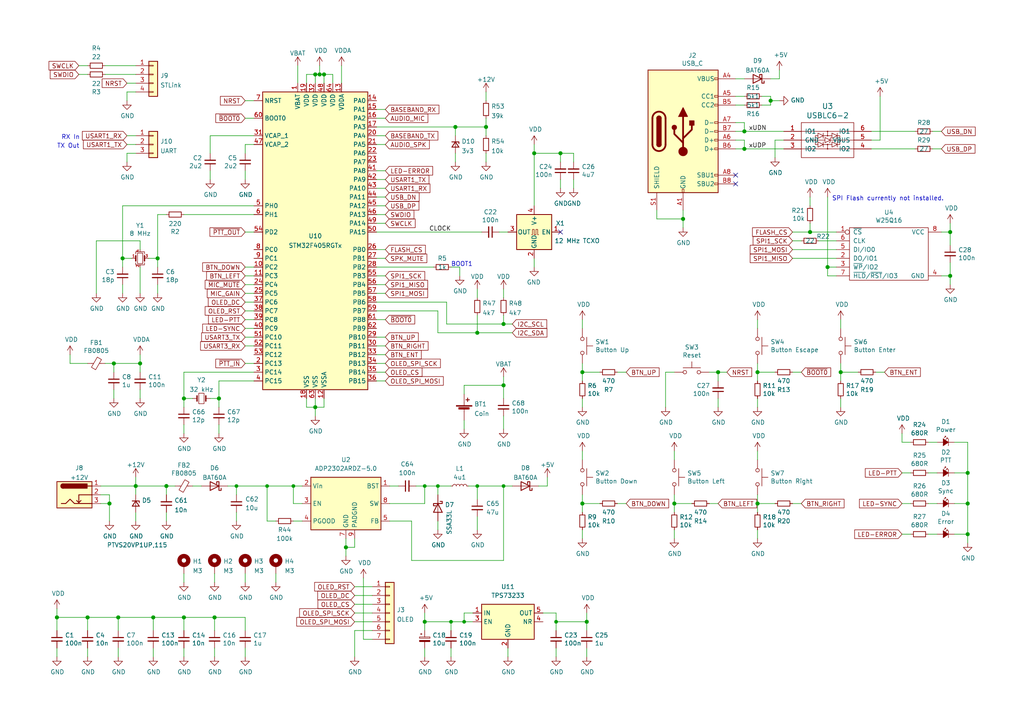
<source format=kicad_sch>
(kicad_sch (version 20210621) (generator eeschema)
  (paper "A4")
  (junction (at 243.84 107.95) (diameter 1.016))
  (junction (at 53.34 179.07) (diameter 1.016))
  (junction (at 240.03 77.47) (diameter 1.016))
  (junction (at 134.62 180.34))
  (junction (at 215.9 43.18) (diameter 1.016))
  (junction (at 63.5 115.57) (diameter 1.016))
  (junction (at 35.56 74.93) (diameter 1.016))
  (junction (at 275.59 80.01) (diameter 1.016))
  (junction (at 34.29 179.07) (diameter 1.016))
  (junction (at 161.29 180.34))
  (junction (at 53.34 115.57) (diameter 1.016))
  (junction (at 138.43 140.97))
  (junction (at 45.72 74.93) (diameter 1.016))
  (junction (at 168.91 146.05) (diameter 1.016))
  (junction (at 77.47 140.97))
  (junction (at 146.05 140.97))
  (junction (at 31.75 146.05) (diameter 1.016))
  (junction (at 48.26 140.97) (diameter 1.016))
  (junction (at 132.08 36.83) (diameter 1.016))
  (junction (at 195.58 146.05) (diameter 1.016))
  (junction (at 44.45 179.07) (diameter 1.016))
  (junction (at 92.71 21.59) (diameter 1.016))
  (junction (at 146.05 93.98) (diameter 1.016))
  (junction (at 162.56 44.45) (diameter 1.016))
  (junction (at 91.44 21.59) (diameter 1.016))
  (junction (at 219.71 146.05) (diameter 1.016))
  (junction (at 275.59 67.31) (diameter 1.016))
  (junction (at 223.52 29.21) (diameter 1.016))
  (junction (at 40.64 105.41) (diameter 1.016))
  (junction (at 130.81 180.34))
  (junction (at 146.05 111.76) (diameter 1.016))
  (junction (at 280.67 137.16) (diameter 1.016))
  (junction (at 208.28 107.95) (diameter 1.016))
  (junction (at 198.12 63.5) (diameter 1.016))
  (junction (at 39.37 140.97) (diameter 1.016))
  (junction (at 91.44 118.11) (diameter 1.016))
  (junction (at 127 140.97))
  (junction (at 68.58 140.97))
  (junction (at 93.98 21.59) (diameter 1.016))
  (junction (at 154.94 44.45) (diameter 1.016))
  (junction (at 123.19 140.97))
  (junction (at 85.09 140.97))
  (junction (at 215.9 38.1) (diameter 1.016))
  (junction (at 33.02 105.41) (diameter 1.016))
  (junction (at 123.19 180.34) (diameter 1.016))
  (junction (at 140.97 36.83) (diameter 1.016))
  (junction (at 280.67 146.05) (diameter 1.016))
  (junction (at 62.23 179.07) (diameter 1.016))
  (junction (at 25.4 179.07) (diameter 1.016))
  (junction (at 100.33 158.75) (diameter 1.016))
  (junction (at 138.43 96.52) (diameter 1.016))
  (junction (at 170.18 180.34) (diameter 1.016))
  (junction (at 16.51 179.07) (diameter 1.016))
  (junction (at 280.67 154.94) (diameter 1.016))
  (junction (at 219.71 107.95) (diameter 1.016))
  (junction (at 168.91 107.95) (diameter 1.016))
  (junction (at 234.95 67.31) (diameter 1.016))
  (no_connect (at 213.36 50.8))
  (no_connect (at 213.36 53.34))
  (no_connect (at 162.56 67.31))
  (wire (pts (xy 91.44 115.57) (xy 91.44 118.11)))
  (wire (pts (xy 223.52 29.21) (xy 226.06 29.21)))
  (wire (pts (xy 109.22 92.71) (xy 111.76 92.71)))
  (wire (pts (xy 107.95 182.88) (xy 102.87 182.88)))
  (wire (pts (xy 223.52 29.21) (xy 223.52 30.48)))
  (wire (pts (xy 227.33 40.64) (xy 224.79 40.64)))
  (wire (pts (xy 40.64 105.41) (xy 40.64 102.87)))
  (wire (pts (xy 168.91 92.71) (xy 168.91 95.25)))
  (wire (pts (xy 219.71 107.95) (xy 219.71 110.49)))
  (wire (pts (xy 71.12 41.91) (xy 71.12 44.45)))
  (wire (pts (xy 140.97 26.67) (xy 140.97 29.21)))
  (wire (pts (xy 140.97 34.29) (xy 140.97 36.83)))
  (wire (pts (xy 140.97 36.83) (xy 140.97 39.37)))
  (wire (pts (xy 40.64 77.47) (xy 40.64 85.09)))
  (wire (pts (xy 88.9 24.13) (xy 88.9 21.59)))
  (wire (pts (xy 99.06 19.05) (xy 99.06 24.13)))
  (wire (pts (xy 109.22 74.93) (xy 111.76 74.93)))
  (wire (pts (xy 219.71 153.67) (xy 219.71 156.21)))
  (wire (pts (xy 102.87 182.88) (xy 102.87 190.5)))
  (wire (pts (xy 109.22 87.63) (xy 129.54 87.63)))
  (wire (pts (xy 146.05 93.98) (xy 148.59 93.98)))
  (wire (pts (xy 129.54 87.63) (xy 129.54 93.98)))
  (wire (pts (xy 129.54 93.98) (xy 146.05 93.98)))
  (wire (pts (xy 223.52 27.94) (xy 223.52 29.21)))
  (wire (pts (xy 34.29 187.96) (xy 34.29 190.5)))
  (wire (pts (xy 71.12 41.91) (xy 73.66 41.91)))
  (wire (pts (xy 35.56 59.69) (xy 35.56 74.93)))
  (wire (pts (xy 53.34 115.57) (xy 53.34 118.11)))
  (wire (pts (xy 30.48 21.59) (xy 39.37 21.59)))
  (wire (pts (xy 33.02 113.03) (xy 33.02 115.57)))
  (wire (pts (xy 62.23 187.96) (xy 62.23 190.5)))
  (wire (pts (xy 68.58 140.97) (xy 68.58 143.51)))
  (wire (pts (xy 138.43 83.82) (xy 138.43 86.36)))
  (wire (pts (xy 27.94 69.85) (xy 27.94 85.09)))
  (wire (pts (xy 40.64 69.85) (xy 27.94 69.85)))
  (wire (pts (xy 40.64 72.39) (xy 40.64 69.85)))
  (wire (pts (xy 275.59 67.31) (xy 275.59 71.12)))
  (wire (pts (xy 269.24 154.94) (xy 271.78 154.94)))
  (wire (pts (xy 208.28 107.95) (xy 208.28 110.49)))
  (wire (pts (xy 36.83 39.37) (xy 39.37 39.37)))
  (wire (pts (xy 91.44 21.59) (xy 88.9 21.59)))
  (wire (pts (xy 53.34 187.96) (xy 53.34 190.5)))
  (wire (pts (xy 111.76 85.09) (xy 109.22 85.09)))
  (wire (pts (xy 264.16 128.27) (xy 261.62 128.27)))
  (wire (pts (xy 53.34 62.23) (xy 73.66 62.23)))
  (wire (pts (xy 109.22 90.17) (xy 127 90.17)))
  (wire (pts (xy 138.43 96.52) (xy 148.59 96.52)))
  (wire (pts (xy 127 90.17) (xy 127 96.52)))
  (wire (pts (xy 127 96.52) (xy 138.43 96.52)))
  (wire (pts (xy 146.05 83.82) (xy 146.05 86.36)))
  (wire (pts (xy 30.48 19.05) (xy 39.37 19.05)))
  (wire (pts (xy 205.74 146.05) (xy 208.28 146.05)))
  (wire (pts (xy 252.73 38.1) (xy 265.43 38.1)))
  (wire (pts (xy 45.72 74.93) (xy 45.72 77.47)))
  (wire (pts (xy 166.37 52.07) (xy 166.37 54.61)))
  (wire (pts (xy 276.86 137.16) (xy 280.67 137.16)))
  (wire (pts (xy 60.96 115.57) (xy 63.5 115.57)))
  (wire (pts (xy 63.5 115.57) (xy 63.5 118.11)))
  (wire (pts (xy 138.43 91.44) (xy 138.43 96.52)))
  (wire (pts (xy 31.75 146.05) (xy 31.75 151.13)))
  (wire (pts (xy 29.21 146.05) (xy 31.75 146.05)))
  (wire (pts (xy 127 140.97) (xy 127 143.51)))
  (wire (pts (xy 25.4 179.07) (xy 34.29 179.07)))
  (wire (pts (xy 71.12 90.17) (xy 73.66 90.17)))
  (wire (pts (xy 86.36 19.05) (xy 86.36 24.13)))
  (wire (pts (xy 43.18 74.93) (xy 45.72 74.93)))
  (wire (pts (xy 109.22 52.07) (xy 111.76 52.07)))
  (wire (pts (xy 154.94 74.93) (xy 154.94 77.47)))
  (wire (pts (xy 224.79 40.64) (xy 224.79 45.72)))
  (wire (pts (xy 252.73 43.18) (xy 265.43 43.18)))
  (wire (pts (xy 275.59 80.01) (xy 275.59 82.55)))
  (wire (pts (xy 193.04 107.95) (xy 193.04 118.11)))
  (wire (pts (xy 243.84 115.57) (xy 243.84 118.11)))
  (wire (pts (xy 91.44 118.11) (xy 91.44 120.65)))
  (wire (pts (xy 71.12 187.96) (xy 71.12 190.5)))
  (wire (pts (xy 40.64 113.03) (xy 40.64 115.57)))
  (wire (pts (xy 270.51 38.1) (xy 273.05 38.1)))
  (wire (pts (xy 71.12 87.63) (xy 73.66 87.63)))
  (wire (pts (xy 162.56 44.45) (xy 162.56 46.99)))
  (wire (pts (xy 39.37 140.97) (xy 39.37 143.51)))
  (wire (pts (xy 48.26 140.97) (xy 39.37 140.97)))
  (wire (pts (xy 205.74 107.95) (xy 208.28 107.95)))
  (wire (pts (xy 71.12 179.07) (xy 71.12 182.88)))
  (wire (pts (xy 16.51 179.07) (xy 25.4 179.07)))
  (wire (pts (xy 88.9 118.11) (xy 91.44 118.11)))
  (wire (pts (xy 88.9 115.57) (xy 88.9 118.11)))
  (wire (pts (xy 91.44 118.11) (xy 93.98 118.11)))
  (wire (pts (xy 93.98 115.57) (xy 93.98 118.11)))
  (wire (pts (xy 62.23 166.37) (xy 62.23 168.91)))
  (wire (pts (xy 208.28 115.57) (xy 208.28 118.11)))
  (wire (pts (xy 113.03 140.97) (xy 115.57 140.97)))
  (wire (pts (xy 252.73 40.64) (xy 255.27 40.64)))
  (wire (pts (xy 270.51 43.18) (xy 273.05 43.18)))
  (wire (pts (xy 35.56 59.69) (xy 73.66 59.69)))
  (wire (pts (xy 168.91 143.51) (xy 168.91 146.05)))
  (wire (pts (xy 63.5 123.19) (xy 63.5 125.73)))
  (wire (pts (xy 62.23 179.07) (xy 71.12 179.07)))
  (wire (pts (xy 123.19 146.05) (xy 123.19 140.97)))
  (wire (pts (xy 113.03 146.05) (xy 123.19 146.05)))
  (wire (pts (xy 123.19 140.97) (xy 120.65 140.97)))
  (wire (pts (xy 264.16 137.16) (xy 261.62 137.16)))
  (wire (pts (xy 71.12 29.21) (xy 73.66 29.21)))
  (wire (pts (xy 168.91 107.95) (xy 168.91 110.49)))
  (wire (pts (xy 190.5 60.96) (xy 190.5 63.5)))
  (wire (pts (xy 71.12 82.55) (xy 73.66 82.55)))
  (wire (pts (xy 33.02 105.41) (xy 40.64 105.41)))
  (wire (pts (xy 240.03 80.01) (xy 240.03 77.47)))
  (wire (pts (xy 138.43 140.97) (xy 138.43 144.78)))
  (wire (pts (xy 242.57 69.85) (xy 237.49 69.85)))
  (wire (pts (xy 109.22 49.53) (xy 111.76 49.53)))
  (wire (pts (xy 170.18 187.96) (xy 170.18 190.5)))
  (wire (pts (xy 36.83 26.67) (xy 36.83 29.21)))
  (wire (pts (xy 39.37 26.67) (xy 36.83 26.67)))
  (wire (pts (xy 40.64 105.41) (xy 40.64 107.95)))
  (wire (pts (xy 132.08 44.45) (xy 132.08 46.99)))
  (wire (pts (xy 161.29 180.34) (xy 170.18 180.34)))
  (wire (pts (xy 255.27 27.94) (xy 255.27 40.64)))
  (wire (pts (xy 213.36 38.1) (xy 215.9 38.1)))
  (wire (pts (xy 162.56 52.07) (xy 162.56 54.61)))
  (wire (pts (xy 195.58 130.81) (xy 195.58 133.35)))
  (wire (pts (xy 213.36 43.18) (xy 215.9 43.18)))
  (wire (pts (xy 45.72 62.23) (xy 45.72 74.93)))
  (wire (pts (xy 168.91 105.41) (xy 168.91 107.95)))
  (wire (pts (xy 140.97 44.45) (xy 140.97 46.99)))
  (wire (pts (xy 53.34 179.07) (xy 53.34 182.88)))
  (wire (pts (xy 60.96 49.53) (xy 60.96 52.07)))
  (wire (pts (xy 208.28 107.95) (xy 210.82 107.95)))
  (wire (pts (xy 158.75 138.43) (xy 158.75 140.97)))
  (wire (pts (xy 44.45 179.07) (xy 44.45 182.88)))
  (wire (pts (xy 109.22 105.41) (xy 111.76 105.41)))
  (wire (pts (xy 179.07 146.05) (xy 181.61 146.05)))
  (wire (pts (xy 71.12 100.33) (xy 73.66 100.33)))
  (wire (pts (xy 53.34 123.19) (xy 53.34 125.73)))
  (wire (pts (xy 229.87 67.31) (xy 234.95 67.31)))
  (wire (pts (xy 71.12 80.01) (xy 73.66 80.01)))
  (wire (pts (xy 71.12 85.09) (xy 73.66 85.09)))
  (wire (pts (xy 71.12 77.47) (xy 73.66 77.47)))
  (wire (pts (xy 219.71 92.71) (xy 219.71 95.25)))
  (wire (pts (xy 134.62 121.92) (xy 134.62 124.46)))
  (wire (pts (xy 68.58 140.97) (xy 77.47 140.97)))
  (wire (pts (xy 168.91 146.05) (xy 168.91 148.59)))
  (wire (pts (xy 146.05 91.44) (xy 146.05 93.98)))
  (wire (pts (xy 102.87 177.8) (xy 107.95 177.8)))
  (wire (pts (xy 130.81 180.34) (xy 134.62 180.34)))
  (wire (pts (xy 134.62 180.34) (xy 137.16 180.34)))
  (wire (pts (xy 269.24 137.16) (xy 271.78 137.16)))
  (wire (pts (xy 111.76 64.77) (xy 109.22 64.77)))
  (wire (pts (xy 85.09 140.97) (xy 87.63 140.97)))
  (wire (pts (xy 87.63 146.05) (xy 85.09 146.05)))
  (wire (pts (xy 85.09 146.05) (xy 85.09 140.97)))
  (wire (pts (xy 242.57 67.31) (xy 234.95 67.31)))
  (wire (pts (xy 85.09 151.13) (xy 87.63 151.13)))
  (wire (pts (xy 109.22 110.49) (xy 111.76 110.49)))
  (wire (pts (xy 109.22 100.33) (xy 111.76 100.33)))
  (wire (pts (xy 242.57 80.01) (xy 240.03 80.01)))
  (wire (pts (xy 123.19 140.97) (xy 127 140.97)))
  (wire (pts (xy 215.9 43.18) (xy 227.33 43.18)))
  (wire (pts (xy 71.12 97.79) (xy 73.66 97.79)))
  (wire (pts (xy 219.71 115.57) (xy 219.71 118.11)))
  (wire (pts (xy 25.4 19.05) (xy 22.86 19.05)))
  (wire (pts (xy 111.76 62.23) (xy 109.22 62.23)))
  (wire (pts (xy 229.87 107.95) (xy 232.41 107.95)))
  (wire (pts (xy 213.36 30.48) (xy 215.9 30.48)))
  (wire (pts (xy 127 140.97) (xy 130.81 140.97)))
  (wire (pts (xy 220.98 27.94) (xy 223.52 27.94)))
  (wire (pts (xy 234.95 67.31) (xy 234.95 64.77)))
  (wire (pts (xy 109.22 77.47) (xy 125.73 77.47)))
  (wire (pts (xy 264.16 154.94) (xy 261.62 154.94)))
  (wire (pts (xy 35.56 82.55) (xy 35.56 85.09)))
  (wire (pts (xy 111.76 82.55) (xy 109.22 82.55)))
  (wire (pts (xy 242.57 74.93) (xy 229.87 74.93)))
  (wire (pts (xy 123.19 180.34) (xy 123.19 182.88)))
  (wire (pts (xy 170.18 180.34) (xy 170.18 182.88)))
  (wire (pts (xy 39.37 24.13) (xy 36.83 24.13)))
  (wire (pts (xy 276.86 128.27) (xy 280.67 128.27)))
  (wire (pts (xy 198.12 63.5) (xy 198.12 60.96)))
  (wire (pts (xy 154.94 44.45) (xy 154.94 41.91)))
  (wire (pts (xy 39.37 44.45) (xy 36.83 44.45)))
  (wire (pts (xy 269.24 128.27) (xy 271.78 128.27)))
  (wire (pts (xy 35.56 74.93) (xy 35.56 77.47)))
  (wire (pts (xy 68.58 148.59) (xy 68.58 151.13)))
  (wire (pts (xy 102.87 172.72) (xy 107.95 172.72)))
  (wire (pts (xy 162.56 44.45) (xy 166.37 44.45)))
  (wire (pts (xy 109.22 31.75) (xy 111.76 31.75)))
  (wire (pts (xy 60.96 39.37) (xy 60.96 44.45)))
  (wire (pts (xy 161.29 187.96) (xy 161.29 190.5)))
  (wire (pts (xy 111.76 72.39) (xy 109.22 72.39)))
  (wire (pts (xy 63.5 110.49) (xy 73.66 110.49)))
  (wire (pts (xy 63.5 115.57) (xy 63.5 110.49)))
  (wire (pts (xy 242.57 72.39) (xy 229.87 72.39)))
  (wire (pts (xy 25.4 105.41) (xy 20.32 105.41)))
  (wire (pts (xy 154.94 44.45) (xy 162.56 44.45)))
  (wire (pts (xy 109.22 39.37) (xy 111.76 39.37)))
  (wire (pts (xy 219.71 146.05) (xy 219.71 148.59)))
  (wire (pts (xy 269.24 146.05) (xy 271.78 146.05)))
  (wire (pts (xy 36.83 41.91) (xy 39.37 41.91)))
  (wire (pts (xy 138.43 149.86) (xy 138.43 153.67)))
  (wire (pts (xy 132.08 36.83) (xy 140.97 36.83)))
  (wire (pts (xy 132.08 39.37) (xy 132.08 36.83)))
  (wire (pts (xy 147.32 187.96) (xy 147.32 190.5)))
  (wire (pts (xy 130.81 187.96) (xy 130.81 190.5)))
  (wire (pts (xy 34.29 179.07) (xy 44.45 179.07)))
  (wire (pts (xy 242.57 77.47) (xy 240.03 77.47)))
  (wire (pts (xy 48.26 62.23) (xy 45.72 62.23)))
  (wire (pts (xy 240.03 77.47) (xy 240.03 57.15)))
  (wire (pts (xy 168.91 107.95) (xy 173.99 107.95)))
  (wire (pts (xy 130.81 77.47) (xy 133.35 77.47)))
  (wire (pts (xy 25.4 21.59) (xy 22.86 21.59)))
  (wire (pts (xy 48.26 148.59) (xy 48.26 151.13)))
  (wire (pts (xy 213.36 35.56) (xy 215.9 35.56)))
  (wire (pts (xy 276.86 154.94) (xy 280.67 154.94)))
  (wire (pts (xy 102.87 175.26) (xy 107.95 175.26)))
  (wire (pts (xy 92.71 21.59) (xy 91.44 21.59)))
  (wire (pts (xy 93.98 21.59) (xy 92.71 21.59)))
  (wire (pts (xy 168.91 115.57) (xy 168.91 118.11)))
  (wire (pts (xy 123.19 187.96) (xy 123.19 190.5)))
  (wire (pts (xy 55.88 140.97) (xy 58.42 140.97)))
  (wire (pts (xy 264.16 146.05) (xy 261.62 146.05)))
  (wire (pts (xy 195.58 146.05) (xy 195.58 148.59)))
  (wire (pts (xy 223.52 22.86) (xy 226.06 22.86)))
  (wire (pts (xy 138.43 140.97) (xy 146.05 140.97)))
  (wire (pts (xy 170.18 180.34) (xy 170.18 177.8)))
  (wire (pts (xy 39.37 148.59) (xy 39.37 151.13)))
  (wire (pts (xy 93.98 24.13) (xy 93.98 21.59)))
  (wire (pts (xy 273.05 80.01) (xy 275.59 80.01)))
  (wire (pts (xy 195.58 143.51) (xy 195.58 146.05)))
  (wire (pts (xy 168.91 130.81) (xy 168.91 133.35)))
  (wire (pts (xy 73.66 92.71) (xy 71.12 92.71)))
  (wire (pts (xy 53.34 166.37) (xy 53.34 168.91)))
  (wire (pts (xy 190.5 63.5) (xy 198.12 63.5)))
  (wire (pts (xy 66.04 140.97) (xy 68.58 140.97)))
  (wire (pts (xy 275.59 67.31) (xy 275.59 64.77)))
  (wire (pts (xy 119.38 151.13) (xy 119.38 162.56)))
  (wire (pts (xy 113.03 151.13) (xy 119.38 151.13)))
  (wire (pts (xy 119.38 162.56) (xy 146.05 162.56)))
  (wire (pts (xy 146.05 162.56) (xy 146.05 140.97)))
  (wire (pts (xy 215.9 40.64) (xy 215.9 43.18)))
  (wire (pts (xy 96.52 24.13) (xy 96.52 21.59)))
  (wire (pts (xy 109.22 67.31) (xy 139.7 67.31)))
  (wire (pts (xy 144.78 67.31) (xy 147.32 67.31)))
  (wire (pts (xy 213.36 22.86) (xy 215.9 22.86)))
  (wire (pts (xy 73.66 95.25) (xy 71.12 95.25)))
  (wire (pts (xy 109.22 102.87) (xy 111.76 102.87)))
  (wire (pts (xy 226.06 22.86) (xy 226.06 20.32)))
  (wire (pts (xy 60.96 39.37) (xy 73.66 39.37)))
  (wire (pts (xy 219.71 130.81) (xy 219.71 133.35)))
  (wire (pts (xy 16.51 176.53) (xy 16.51 179.07)))
  (wire (pts (xy 71.12 67.31) (xy 73.66 67.31)))
  (wire (pts (xy 219.71 107.95) (xy 224.79 107.95)))
  (wire (pts (xy 127 151.13) (xy 127 153.67)))
  (wire (pts (xy 135.89 140.97) (xy 138.43 140.97)))
  (wire (pts (xy 157.48 177.8) (xy 161.29 177.8)))
  (wire (pts (xy 161.29 177.8) (xy 161.29 180.34)))
  (wire (pts (xy 53.34 107.95) (xy 53.34 115.57)))
  (wire (pts (xy 53.34 115.57) (xy 55.88 115.57)))
  (wire (pts (xy 73.66 107.95) (xy 53.34 107.95)))
  (wire (pts (xy 123.19 180.34) (xy 123.19 177.8)))
  (wire (pts (xy 198.12 63.5) (xy 198.12 66.04)))
  (wire (pts (xy 273.05 67.31) (xy 275.59 67.31)))
  (wire (pts (xy 109.22 107.95) (xy 111.76 107.95)))
  (wire (pts (xy 195.58 146.05) (xy 200.66 146.05)))
  (wire (pts (xy 36.83 44.45) (xy 36.83 46.99)))
  (wire (pts (xy 146.05 120.65) (xy 146.05 124.46)))
  (wire (pts (xy 254 107.95) (xy 256.54 107.95)))
  (wire (pts (xy 96.52 21.59) (xy 93.98 21.59)))
  (wire (pts (xy 25.4 179.07) (xy 25.4 182.88)))
  (wire (pts (xy 232.41 69.85) (xy 229.87 69.85)))
  (wire (pts (xy 243.84 107.95) (xy 248.92 107.95)))
  (wire (pts (xy 29.21 143.51) (xy 31.75 143.51)))
  (wire (pts (xy 31.75 143.51) (xy 31.75 146.05)))
  (wire (pts (xy 219.71 143.51) (xy 219.71 146.05)))
  (wire (pts (xy 146.05 140.97) (xy 148.59 140.97)))
  (wire (pts (xy 243.84 107.95) (xy 243.84 110.49)))
  (wire (pts (xy 146.05 109.22) (xy 146.05 111.76)))
  (wire (pts (xy 53.34 179.07) (xy 62.23 179.07)))
  (wire (pts (xy 92.71 19.05) (xy 92.71 21.59)))
  (wire (pts (xy 39.37 138.43) (xy 39.37 140.97)))
  (wire (pts (xy 130.81 180.34) (xy 130.81 182.88)))
  (wire (pts (xy 102.87 180.34) (xy 107.95 180.34)))
  (wire (pts (xy 168.91 146.05) (xy 173.99 146.05)))
  (wire (pts (xy 109.22 41.91) (xy 111.76 41.91)))
  (wire (pts (xy 71.12 49.53) (xy 71.12 52.07)))
  (wire (pts (xy 223.52 30.48) (xy 220.98 30.48)))
  (wire (pts (xy 261.62 128.27) (xy 261.62 125.73)))
  (wire (pts (xy 71.12 105.41) (xy 73.66 105.41)))
  (wire (pts (xy 275.59 80.01) (xy 275.59 76.2)))
  (wire (pts (xy 109.22 80.01) (xy 111.76 80.01)))
  (wire (pts (xy 179.07 107.95) (xy 181.61 107.95)))
  (wire (pts (xy 105.41 185.42) (xy 105.41 167.64)))
  (wire (pts (xy 107.95 185.42) (xy 105.41 185.42)))
  (wire (pts (xy 62.23 179.07) (xy 62.23 182.88)))
  (wire (pts (xy 156.21 140.97) (xy 158.75 140.97)))
  (wire (pts (xy 71.12 166.37) (xy 71.12 168.91)))
  (wire (pts (xy 45.72 82.55) (xy 45.72 85.09)))
  (wire (pts (xy 195.58 153.67) (xy 195.58 156.21)))
  (wire (pts (xy 35.56 74.93) (xy 38.1 74.93)))
  (wire (pts (xy 213.36 27.94) (xy 215.9 27.94)))
  (wire (pts (xy 44.45 179.07) (xy 53.34 179.07)))
  (wire (pts (xy 229.87 146.05) (xy 232.41 146.05)))
  (wire (pts (xy 219.71 146.05) (xy 224.79 146.05)))
  (wire (pts (xy 137.16 177.8) (xy 134.62 177.8)))
  (wire (pts (xy 134.62 177.8) (xy 134.62 180.34)))
  (wire (pts (xy 30.48 105.41) (xy 33.02 105.41)))
  (wire (pts (xy 100.33 158.75) (xy 102.87 158.75)))
  (wire (pts (xy 102.87 158.75) (xy 102.87 156.21)))
  (wire (pts (xy 16.51 182.88) (xy 16.51 179.07)))
  (wire (pts (xy 109.22 36.83) (xy 132.08 36.83)))
  (wire (pts (xy 25.4 187.96) (xy 25.4 190.5)))
  (wire (pts (xy 100.33 156.21) (xy 100.33 158.75)))
  (wire (pts (xy 100.33 158.75) (xy 100.33 161.29)))
  (wire (pts (xy 215.9 38.1) (xy 227.33 38.1)))
  (wire (pts (xy 48.26 140.97) (xy 48.26 143.51)))
  (wire (pts (xy 50.8 140.97) (xy 48.26 140.97)))
  (wire (pts (xy 243.84 92.71) (xy 243.84 95.25)))
  (wire (pts (xy 133.35 77.47) (xy 133.35 80.01)))
  (wire (pts (xy 71.12 34.29) (xy 73.66 34.29)))
  (wire (pts (xy 280.67 137.16) (xy 280.67 146.05)))
  (wire (pts (xy 161.29 180.34) (xy 161.29 182.88)))
  (wire (pts (xy 166.37 44.45) (xy 166.37 46.99)))
  (wire (pts (xy 243.84 105.41) (xy 243.84 107.95)))
  (wire (pts (xy 44.45 187.96) (xy 44.45 190.5)))
  (wire (pts (xy 215.9 35.56) (xy 215.9 38.1)))
  (wire (pts (xy 280.67 146.05) (xy 280.67 154.94)))
  (wire (pts (xy 16.51 187.96) (xy 16.51 190.5)))
  (wire (pts (xy 154.94 59.69) (xy 154.94 44.45)))
  (wire (pts (xy 77.47 140.97) (xy 85.09 140.97)))
  (wire (pts (xy 77.47 151.13) (xy 77.47 140.97)))
  (wire (pts (xy 77.47 151.13) (xy 80.01 151.13)))
  (wire (pts (xy 280.67 154.94) (xy 280.67 157.48)))
  (wire (pts (xy 34.29 179.07) (xy 34.29 182.88)))
  (wire (pts (xy 91.44 24.13) (xy 91.44 21.59)))
  (wire (pts (xy 102.87 170.18) (xy 107.95 170.18)))
  (wire (pts (xy 280.67 128.27) (xy 280.67 137.16)))
  (wire (pts (xy 29.21 140.97) (xy 39.37 140.97)))
  (wire (pts (xy 219.71 105.41) (xy 219.71 107.95)))
  (wire (pts (xy 276.86 146.05) (xy 280.67 146.05)))
  (wire (pts (xy 20.32 105.41) (xy 20.32 102.87)))
  (wire (pts (xy 111.76 59.69) (xy 109.22 59.69)))
  (wire (pts (xy 33.02 105.41) (xy 33.02 107.95)))
  (wire (pts (xy 134.62 111.76) (xy 146.05 111.76)))
  (wire (pts (xy 134.62 114.3) (xy 134.62 111.76)))
  (wire (pts (xy 146.05 111.76) (xy 146.05 115.57)))
  (wire (pts (xy 213.36 40.64) (xy 215.9 40.64)))
  (wire (pts (xy 130.81 180.34) (xy 123.19 180.34)))
  (wire (pts (xy 193.04 107.95) (xy 195.58 107.95)))
  (wire (pts (xy 109.22 34.29) (xy 111.76 34.29)))
  (wire (pts (xy 109.22 54.61) (xy 111.76 54.61)))
  (wire (pts (xy 168.91 153.67) (xy 168.91 156.21)))
  (wire (pts (xy 80.01 166.37) (xy 80.01 168.91)))
  (wire (pts (xy 234.95 59.69) (xy 234.95 57.15)))
  (wire (pts (xy 111.76 57.15) (xy 109.22 57.15)))
  (wire (pts (xy 109.22 97.79) (xy 111.76 97.79)))
  (text "BOOT1" (at 130.81 77.47 0) (effects (font (size 1.27 1.27)) (justify left bottom)))
  (text "TX Out" (at 16.51 43.18 0) (effects (font (size 1.27 1.27)) (justify left bottom)))
  (text "RX In" (at 17.78 40.64 0) (effects (font (size 1.27 1.27)) (justify left bottom)))
  (text "SPI Flash currently not installed." (at 241.3 58.42 0) (effects (font (size 1.27 1.27)) (justify left bottom)))
  (label "CLOCK" (at 124.46 67.31 0))
  (label "xUDN" (at 217.17 38.1 0))
  (label "xUDP" (at 217.17 43.18 0))
  (global_label "LED-SYNC" (shape input) (at 261.62 146.05 180) (property "Intersheet References" "${INTERSHEET_REFS}" (effects hide)))
  (global_label "USART1_RX" (shape input) (at 36.83 39.37 180) (property "Intersheet References" "${INTERSHEET_REFS}" (effects hide)))
  (global_label "LED-ERROR" (shape input) (at 261.62 154.94 180) (property "Intersheet References" "${INTERSHEET_REFS}" (effects hide)))
  (global_label "OLED_CS" (shape input) (at 111.76 107.95 0) (property "Intersheet References" "${INTERSHEET_REFS}" (effects hide)))
  (global_label "USB_DP" (shape input) (at 273.05 43.18 0) (property "Intersheet References" "${INTERSHEET_REFS}" (effects hide)))
  (global_label "SWCLK" (shape input) (at 111.76 64.77 0) (property "Intersheet References" "${INTERSHEET_REFS}" (effects hide)))
  (global_label "~{PTT_IN}" (shape input) (at 71.12 105.41 180) (property "Intersheet References" "${INTERSHEET_REFS}" (effects hide)))
  (global_label "OLED_SPI_MOSI" (shape input) (at 111.76 110.49 0) (property "Intersheet References" "${INTERSHEET_REFS}" (effects hide)))
  (global_label "OLED_SPI_SCK" (shape input) (at 102.87 177.8 180) (property "Intersheet References" "${INTERSHEET_REFS}" (effects hide)))
  (global_label "OLED_DC" (shape input) (at 102.87 172.72 180) (property "Intersheet References" "${INTERSHEET_REFS}" (effects hide)))
  (global_label "BTN_LEFT" (shape input) (at 208.28 146.05 0) (property "Intersheet References" "${INTERSHEET_REFS}" (effects hide)))
  (global_label "~{BOOT0}" (shape input) (at 111.76 92.71 0) (property "Intersheet References" "${INTERSHEET_REFS}" (effects hide)))
  (global_label "MIC_GAIN" (shape input) (at 71.12 85.09 180) (property "Intersheet References" "${INTERSHEET_REFS}" (effects hide)))
  (global_label "OLED_SPI_MOSI" (shape input) (at 102.87 180.34 180) (property "Intersheet References" "${INTERSHEET_REFS}" (effects hide)))
  (global_label "SWCLK" (shape input) (at 22.86 19.05 180) (property "Intersheet References" "${INTERSHEET_REFS}" (effects hide)))
  (global_label "BTN_ENT" (shape input) (at 256.54 107.95 0) (property "Intersheet References" "${INTERSHEET_REFS}" (effects hide)))
  (global_label "AUDIO_SPK" (shape input) (at 111.76 41.91 0) (property "Intersheet References" "${INTERSHEET_REFS}" (effects hide)))
  (global_label "OLED_DC" (shape input) (at 71.12 87.63 180) (property "Intersheet References" "${INTERSHEET_REFS}" (effects hide)))
  (global_label "~{PTT_OUT}" (shape input) (at 71.12 67.31 180) (property "Intersheet References" "${INTERSHEET_REFS}" (effects hide)))
  (global_label "~{MIC_MUTE}" (shape input) (at 71.12 82.55 180) (property "Intersheet References" "${INTERSHEET_REFS}" (effects hide)))
  (global_label "SWDIO" (shape input) (at 22.86 21.59 180) (property "Intersheet References" "${INTERSHEET_REFS}" (effects hide)))
  (global_label "SPI1_MOSI" (shape input) (at 229.87 72.39 180) (property "Intersheet References" "${INTERSHEET_REFS}" (effects hide)))
  (global_label "LED-PTT" (shape input) (at 71.12 92.71 180) (property "Intersheet References" "${INTERSHEET_REFS}" (effects hide)))
  (global_label "~{BOOT0}" (shape input) (at 232.41 107.95 0) (property "Intersheet References" "${INTERSHEET_REFS}" (effects hide)))
  (global_label "OLED_SPI_SCK" (shape input) (at 111.76 105.41 0) (property "Intersheet References" "${INTERSHEET_REFS}" (effects hide)))
  (global_label "LED-ERROR" (shape input) (at 111.76 49.53 0) (property "Intersheet References" "${INTERSHEET_REFS}" (effects hide)))
  (global_label "SPI1_SCK" (shape input) (at 229.87 69.85 180) (property "Intersheet References" "${INTERSHEET_REFS}" (effects hide)))
  (global_label "BTN_DOWN" (shape input) (at 71.12 77.47 180) (property "Intersheet References" "${INTERSHEET_REFS}" (effects hide)))
  (global_label "LED-PTT" (shape input) (at 261.62 137.16 180) (property "Intersheet References" "${INTERSHEET_REFS}" (effects hide)))
  (global_label "USB_DP" (shape input) (at 111.76 59.69 0) (property "Intersheet References" "${INTERSHEET_REFS}" (effects hide)))
  (global_label "I2C_SCL" (shape input) (at 148.59 93.98 0) (property "Intersheet References" "${INTERSHEET_REFS}" (effects hide)))
  (global_label "AUDIO_MIC" (shape input) (at 111.76 34.29 0) (property "Intersheet References" "${INTERSHEET_REFS}" (effects hide)))
  (global_label "BTN_LEFT" (shape input) (at 71.12 80.01 180) (property "Intersheet References" "${INTERSHEET_REFS}" (effects hide)))
  (global_label "SPI1_MOSI" (shape input) (at 111.76 85.09 0) (property "Intersheet References" "${INTERSHEET_REFS}" (effects hide)))
  (global_label "USB_DN" (shape input) (at 111.76 57.15 0) (property "Intersheet References" "${INTERSHEET_REFS}" (effects hide)))
  (global_label "USART1_TX" (shape input) (at 111.76 52.07 0) (property "Intersheet References" "${INTERSHEET_REFS}" (effects hide)))
  (global_label "USART1_RX" (shape input) (at 111.76 54.61 0) (property "Intersheet References" "${INTERSHEET_REFS}" (effects hide)))
  (global_label "BTN_ENT" (shape input) (at 111.76 102.87 0) (property "Intersheet References" "${INTERSHEET_REFS}" (effects hide)))
  (global_label "NRST" (shape input) (at 36.83 24.13 180) (property "Intersheet References" "${INTERSHEET_REFS}" (effects hide)))
  (global_label "FLASH_CS" (shape input) (at 111.76 72.39 0) (property "Intersheet References" "${INTERSHEET_REFS}" (effects hide)))
  (global_label "BTN_RIGHT" (shape input) (at 232.41 146.05 0) (property "Intersheet References" "${INTERSHEET_REFS}" (effects hide)))
  (global_label "USART1_TX" (shape input) (at 36.83 41.91 180) (property "Intersheet References" "${INTERSHEET_REFS}" (effects hide)))
  (global_label "BTN_DOWN" (shape input) (at 181.61 146.05 0) (property "Intersheet References" "${INTERSHEET_REFS}" (effects hide)))
  (global_label "USART3_RX" (shape input) (at 71.12 100.33 180) (property "Intersheet References" "${INTERSHEET_REFS}" (effects hide)))
  (global_label "SWDIO" (shape input) (at 111.76 62.23 0) (property "Intersheet References" "${INTERSHEET_REFS}" (effects hide)))
  (global_label "SPI1_MISO" (shape input) (at 229.87 74.93 180) (property "Intersheet References" "${INTERSHEET_REFS}" (effects hide)))
  (global_label "OLED_RST" (shape input) (at 102.87 170.18 180) (property "Intersheet References" "${INTERSHEET_REFS}" (effects hide)))
  (global_label "SPI1_MISO" (shape input) (at 111.76 82.55 0) (property "Intersheet References" "${INTERSHEET_REFS}" (effects hide)))
  (global_label "NRST" (shape input) (at 210.82 107.95 0) (property "Intersheet References" "${INTERSHEET_REFS}" (effects hide)))
  (global_label "LED-SYNC" (shape input) (at 71.12 95.25 180) (property "Intersheet References" "${INTERSHEET_REFS}" (effects hide)))
  (global_label "SPI1_SCK" (shape input) (at 111.76 80.01 0) (property "Intersheet References" "${INTERSHEET_REFS}" (effects hide)))
  (global_label "BASEBAND_RX" (shape input) (at 111.76 31.75 0) (property "Intersheet References" "${INTERSHEET_REFS}" (effects hide)))
  (global_label "~{BOOT0}" (shape input) (at 71.12 34.29 180) (property "Intersheet References" "${INTERSHEET_REFS}" (effects hide)))
  (global_label "BTN_UP" (shape input) (at 111.76 97.79 0) (property "Intersheet References" "${INTERSHEET_REFS}" (effects hide)))
  (global_label "OLED_CS" (shape input) (at 102.87 175.26 180) (property "Intersheet References" "${INTERSHEET_REFS}" (effects hide)))
  (global_label "SPK_MUTE" (shape input) (at 111.76 74.93 0) (property "Intersheet References" "${INTERSHEET_REFS}" (effects hide)))
  (global_label "USART3_TX" (shape input) (at 71.12 97.79 180) (property "Intersheet References" "${INTERSHEET_REFS}" (effects hide)))
  (global_label "BTN_UP" (shape input) (at 181.61 107.95 0) (property "Intersheet References" "${INTERSHEET_REFS}" (effects hide)))
  (global_label "OLED_RST" (shape input) (at 71.12 90.17 180) (property "Intersheet References" "${INTERSHEET_REFS}" (effects hide)))
  (global_label "NRST" (shape input) (at 71.12 29.21 180) (property "Intersheet References" "${INTERSHEET_REFS}" (effects hide)))
  (global_label "BASEBAND_TX" (shape input) (at 111.76 39.37 0) (property "Intersheet References" "${INTERSHEET_REFS}" (effects hide)))
  (global_label "I2C_SDA" (shape input) (at 148.59 96.52 0) (property "Intersheet References" "${INTERSHEET_REFS}" (effects hide)))
  (global_label "USB_DN" (shape input) (at 273.05 38.1 0) (property "Intersheet References" "${INTERSHEET_REFS}" (effects hide)))
  (global_label "BTN_RIGHT" (shape input) (at 111.76 100.33 0) (property "Intersheet References" "${INTERSHEET_REFS}" (effects hide)))
  (global_label "FLASH_CS" (shape input) (at 229.87 67.31 180) (property "Intersheet References" "${INTERSHEET_REFS}" (effects hide)))
  (symbol (lib_id "Device:Crystal_GND24_Small") (at 40.64 74.93 0) (unit 1)
    (property "Reference" "Y1" (at 40.64 65.405 0))
    (property "Value" "8 MHz" (at 40.64 67.7164 0))
    (property "Footprint" "Crystal:Crystal_SMD_3225-4Pin_3.2x2.5mm" (effects hide))
  )
  (symbol (lib_id "pkl_device:pkl_R_Small") (at 50.8 62.23 90) (unit 1)
    (property "Reference" "R2" (at 50.8 67.2084 90))
    (property "Value" "220" (at 50.8 64.897 90))
    (property "Footprint" "pkl_dipol:R_0603" (effects hide))
  )
  (symbol (lib_id "pkl_device:pkl_C_Small") (at 35.56 80.01 0) (mirror x) (unit 1)
    (property "Reference" "C3" (at 33.2232 78.8416 0) (effects (justify right)))
    (property "Value" "18p" (at 33.2232 81.153 0) (effects (justify right)))
    (property "Footprint" "pkl_dipol:C_0603" (effects hide))
  )
  (symbol (lib_id "pkl_device:pkl_C_Small") (at 45.72 80.01 0) (unit 1)
    (property "Reference" "C6" (at 48.0568 78.8416 0) (effects (justify left)))
    (property "Value" "18p" (at 48.0568 81.153 0) (effects (justify left)))
    (property "Footprint" "pkl_dipol:C_0603" (effects hide))
  )
  (symbol (lib_id "power:GND") (at 35.56 85.09 0) (unit 1)
    (property "Reference" "#PWR05" (effects hide))
    (property "Value" "GND" (at 35.687 89.4842 0))
  )
  (symbol (lib_id "power:GND") (at 45.72 85.09 0) (unit 1)
    (property "Reference" "#PWR010" (effects hide))
    (property "Value" "GND" (at 45.847 89.4842 0))
  )
  (symbol (lib_id "pkl_device:pkl_C_Small") (at 71.12 46.99 0) (mirror x) (unit 1)
    (property "Reference" "C5" (at 68.7832 45.8216 0) (effects (justify right)))
    (property "Value" "2u2" (at 68.7832 48.133 0) (effects (justify right)))
    (property "Footprint" "pkl_dipol:C_0603" (effects hide))
  )
  (symbol (lib_id "pkl_device:pkl_C_Small") (at 60.96 46.99 0) (mirror x) (unit 1)
    (property "Reference" "C2" (at 58.6232 45.8216 0) (effects (justify right)))
    (property "Value" "2u2" (at 58.6232 48.133 0) (effects (justify right)))
    (property "Footprint" "pkl_dipol:C_0603" (effects hide))
  )
  (symbol (lib_id "power:GND") (at 60.96 52.07 0) (unit 1)
    (property "Reference" "#PWR04" (effects hide))
    (property "Value" "GND" (at 61.087 56.4642 0))
  )
  (symbol (lib_id "Oscillator:XO32") (at 154.94 67.31 0) (mirror y) (unit 1)
    (property "Reference" "X1" (at 163.83 64.77 0) (effects (justify left)))
    (property "Value" "12 MHz TCXO" (at 173.99 69.85 0) (effects (justify left)))
    (property "Footprint" "Oscillator:Oscillator_SMD_Abracon_ASE-4Pin_3.2x2.5mm" (effects hide))
    (property "Datasheet" "http://cdn-reichelt.de/documents/datenblatt/B400/XO32.pdf" (effects hide))
  )
  (symbol (lib_id "power:GND") (at 71.12 52.07 0) (unit 1)
    (property "Reference" "#PWR09" (effects hide))
    (property "Value" "GND" (at 71.247 56.4642 0))
  )
  (symbol (lib_id "Device:Ferrite_Bead_Small") (at 27.94 105.41 270) (unit 1)
    (property "Reference" "FB1" (at 27.94 99.3902 90))
    (property "Value" "FB0805" (at 27.94 101.7016 90))
    (property "Footprint" "pkl_dipol:L_0805" (effects hide))
  )
  (symbol (lib_id "pkl_device:pkl_C_Small") (at 33.02 110.49 0) (unit 1)
    (property "Reference" "C8" (at 35.3568 109.3216 0) (effects (justify left)))
    (property "Value" "1u" (at 35.3568 111.633 0) (effects (justify left)))
    (property "Footprint" "pkl_dipol:C_0603" (effects hide))
  )
  (symbol (lib_id "pkl_device:pkl_C_Small") (at 40.64 110.49 0) (unit 1)
    (property "Reference" "C11" (at 42.9768 109.3216 0) (effects (justify left)))
    (property "Value" "100n" (at 42.9768 111.633 0) (effects (justify left)))
    (property "Footprint" "pkl_dipol:C_0603" (effects hide))
  )
  (symbol (lib_id "power:VDD") (at 20.32 102.87 0) (unit 1)
    (property "Reference" "#PWR01" (effects hide))
    (property "Value" "VDD" (at 20.701 98.4758 0))
  )
  (symbol (lib_id "power:GND") (at 154.94 77.47 0) (mirror y) (unit 1)
    (property "Reference" "#PWR034" (effects hide))
    (property "Value" "GND" (at 154.813 81.8642 0))
  )
  (symbol (lib_id "power:VDDA") (at 99.06 19.05 0) (unit 1)
    (property "Reference" "#PWR022" (effects hide))
    (property "Value" "VDDA" (at 99.441 14.6558 0))
  )
  (symbol (lib_id "power:VDDA") (at 40.64 102.87 0) (unit 1)
    (property "Reference" "#PWR016" (effects hide))
    (property "Value" "VDDA" (at 41.021 98.4758 0))
  )
  (symbol (lib_id "power:VDD") (at 92.71 19.05 0) (unit 1)
    (property "Reference" "#PWR019" (effects hide))
    (property "Value" "VDD" (at 93.091 14.6558 0))
  )
  (symbol (lib_id "pkl_device:pkl_C_Small") (at 16.51 185.42 0) (unit 1)
    (property "Reference" "C1" (at 18.8468 184.2516 0) (effects (justify left)))
    (property "Value" "100n" (at 18.8468 186.563 0) (effects (justify left)))
    (property "Footprint" "pkl_dipol:C_0603" (effects hide))
  )
  (symbol (lib_id "pkl_device:pkl_C_Small") (at 25.4 185.42 0) (unit 1)
    (property "Reference" "C4" (at 27.7368 184.2516 0) (effects (justify left)))
    (property "Value" "10n" (at 27.7368 186.563 0) (effects (justify left)))
    (property "Footprint" "pkl_dipol:C_0603" (effects hide))
  )
  (symbol (lib_id "pkl_device:pkl_C_Small") (at 34.29 185.42 0) (unit 1)
    (property "Reference" "C7" (at 36.6268 184.2516 0) (effects (justify left)))
    (property "Value" "100n" (at 36.6268 186.563 0) (effects (justify left)))
    (property "Footprint" "pkl_dipol:C_0603" (effects hide))
  )
  (symbol (lib_id "pkl_device:pkl_C_Small") (at 44.45 185.42 0) (unit 1)
    (property "Reference" "C13" (at 46.7868 184.2516 0) (effects (justify left)))
    (property "Value" "100n" (at 46.7868 186.563 0) (effects (justify left)))
    (property "Footprint" "pkl_dipol:C_0603" (effects hide))
  )
  (symbol (lib_id "pkl_device:pkl_C_Small") (at 53.34 185.42 0) (unit 1)
    (property "Reference" "C14" (at 55.6768 184.2516 0) (effects (justify left)))
    (property "Value" "10n" (at 55.6768 186.563 0) (effects (justify left)))
    (property "Footprint" "pkl_dipol:C_0603" (effects hide))
  )
  (symbol (lib_id "pkl_device:pkl_C_Small") (at 62.23 185.42 0) (unit 1)
    (property "Reference" "C16" (at 64.5668 184.2516 0) (effects (justify left)))
    (property "Value" "10n" (at 64.5668 186.563 0) (effects (justify left)))
    (property "Footprint" "pkl_dipol:C_0603" (effects hide))
  )
  (symbol (lib_id "pkl_device:pkl_C_Small") (at 71.12 185.42 0) (unit 1)
    (property "Reference" "C17" (at 73.4568 184.2516 0) (effects (justify left)))
    (property "Value" "1u" (at 73.4568 186.563 0) (effects (justify left)))
    (property "Footprint" "pkl_dipol:C_0603" (effects hide))
  )
  (symbol (lib_id "power:GND") (at 16.51 190.5 0) (unit 1)
    (property "Reference" "#PWR03" (effects hide))
    (property "Value" "GND" (at 16.637 194.8942 0))
  )
  (symbol (lib_id "power:GND") (at 25.4 190.5 0) (unit 1)
    (property "Reference" "#PWR08" (effects hide))
    (property "Value" "GND" (at 25.527 194.8942 0))
  )
  (symbol (lib_id "power:GND") (at 34.29 190.5 0) (unit 1)
    (property "Reference" "#PWR011" (effects hide))
    (property "Value" "GND" (at 34.417 194.8942 0))
  )
  (symbol (lib_id "power:GND") (at 44.45 190.5 0) (unit 1)
    (property "Reference" "#PWR013" (effects hide))
    (property "Value" "GND" (at 44.577 194.8942 0))
  )
  (symbol (lib_id "power:GND") (at 53.34 190.5 0) (unit 1)
    (property "Reference" "#PWR015" (effects hide))
    (property "Value" "GND" (at 53.467 194.8942 0))
  )
  (symbol (lib_id "power:GND") (at 62.23 190.5 0) (unit 1)
    (property "Reference" "#PWR018" (effects hide))
    (property "Value" "GND" (at 62.357 194.8942 0))
  )
  (symbol (lib_id "power:GND") (at 71.12 190.5 0) (unit 1)
    (property "Reference" "#PWR020" (effects hide))
    (property "Value" "GND" (at 71.247 194.8942 0))
  )
  (symbol (lib_id "pkl_device:pkl_C_Small") (at 142.24 67.31 270) (unit 1)
    (property "Reference" "C22" (at 142.24 61.4934 90))
    (property "Value" "100n" (at 142.24 63.8048 90))
    (property "Footprint" "pkl_dipol:C_0603" (effects hide))
  )
  (symbol (lib_id "pkl_device:pkl_C_Small") (at 162.56 49.53 0) (mirror x) (unit 1)
    (property "Reference" "C24" (at 160.2232 48.3616 0) (effects (justify right)))
    (property "Value" "100n" (at 160.2232 50.673 0) (effects (justify right)))
    (property "Footprint" "pkl_dipol:C_0603" (effects hide))
  )
  (symbol (lib_id "power:VDD") (at 16.51 176.53 0) (unit 1)
    (property "Reference" "#PWR02" (effects hide))
    (property "Value" "VDD" (at 16.891 172.1358 0))
  )
  (symbol (lib_id "power:VDD") (at 154.94 41.91 0) (unit 1)
    (property "Reference" "#PWR033" (effects hide))
    (property "Value" "VDD" (at 155.321 37.5158 0))
  )
  (symbol (lib_id "power:GND") (at 162.56 54.61 0) (unit 1)
    (property "Reference" "#PWR038" (effects hide))
    (property "Value" "GND" (at 162.687 59.0042 0))
  )
  (symbol (lib_id "pkl_device:pkl_C_Small") (at 166.37 49.53 180) (unit 1)
    (property "Reference" "C26" (at 168.7068 48.3616 0) (effects (justify right)))
    (property "Value" "4u7" (at 168.7068 50.673 0) (effects (justify right)))
    (property "Footprint" "pkl_dipol:C_0603" (effects hide))
  )
  (symbol (lib_id "power:GND") (at 166.37 54.61 0) (unit 1)
    (property "Reference" "#PWR041" (effects hide))
    (property "Value" "GND" (at 166.497 59.0042 0))
  )
  (symbol (lib_id "pkl_device:pkl_R_Small") (at 128.27 77.47 270) (unit 1)
    (property "Reference" "R5" (at 128.27 74.93 90))
    (property "Value" "1k" (at 128.27 77.47 90))
    (property "Footprint" "pkl_dipol:R_0603" (effects hide))
  )
  (symbol (lib_id "power:GND") (at 133.35 80.01 0) (unit 1)
    (property "Reference" "#PWR028" (effects hide))
    (property "Value" "GND" (at 133.477 84.4042 0))
  )
  (symbol (lib_id "Switch:SW_Push") (at 200.66 107.95 0) (unit 1)
    (property "Reference" "SW3" (at 200.66 100.711 0))
    (property "Value" "Reset" (at 200.66 103.0224 0))
    (property "Footprint" "pkl_buttons_switches:SW_SPST_3x4x2.5" (effects hide))
  )
  (symbol (lib_id "pkl_device:pkl_C_Small") (at 208.28 113.03 0) (mirror x) (unit 1)
    (property "Reference" "C27" (at 205.9432 111.8616 0) (effects (justify right)))
    (property "Value" "100n" (at 205.9432 114.173 0) (effects (justify right)))
    (property "Footprint" "pkl_dipol:C_0603" (effects hide))
  )
  (symbol (lib_id "power:GND") (at 208.28 118.11 0) (unit 1)
    (property "Reference" "#PWR042" (effects hide))
    (property "Value" "GND" (at 208.407 122.5042 0))
  )
  (symbol (lib_id "pkl_device:pkl_R_Small") (at 266.7 128.27 270) (unit 1)
    (property "Reference" "R24" (at 266.7 123.19 90))
    (property "Value" "680R" (at 266.7 125.603 90))
    (property "Footprint" "pkl_dipol:R_0603" (effects hide))
  )
  (symbol (lib_id "pkl_device:pkl_Led_Small") (at 274.32 128.27 0) (unit 1)
    (property "Reference" "D1" (at 274.32 122.301 0))
    (property "Value" "Power" (at 274.32 124.6124 0))
    (property "Footprint" "pkl_dipol:D_0603" (effects hide))
  )
  (symbol (lib_id "pkl_device:pkl_Led_Small") (at 274.32 137.16 0) (unit 1)
    (property "Reference" "D2" (at 274.32 131.191 0))
    (property "Value" "PTT" (at 274.32 133.5024 0))
    (property "Footprint" "pkl_dipol:D_0603" (effects hide))
  )
  (symbol (lib_id "pkl_device:pkl_R_Small") (at 266.7 137.16 270) (unit 1)
    (property "Reference" "R25" (at 266.7 132.08 90))
    (property "Value" "680R" (at 266.7 134.493 90))
    (property "Footprint" "pkl_dipol:R_0603" (effects hide))
  )
  (symbol (lib_id "pkl_device:pkl_Led_Small") (at 274.32 146.05 0) (unit 1)
    (property "Reference" "D3" (at 274.32 140.081 0))
    (property "Value" "Sync" (at 274.32 142.3924 0))
    (property "Footprint" "pkl_dipol:D_0603" (effects hide))
  )
  (symbol (lib_id "pkl_device:pkl_R_Small") (at 266.7 146.05 270) (unit 1)
    (property "Reference" "R26" (at 266.7 140.97 90))
    (property "Value" "680R" (at 266.7 143.383 90))
    (property "Footprint" "pkl_dipol:R_0603" (effects hide))
  )
  (symbol (lib_id "pkl_device:pkl_Led_Small") (at 274.32 154.94 0) (unit 1)
    (property "Reference" "D4" (at 274.32 148.971 0))
    (property "Value" "Error" (at 274.32 151.2824 0))
    (property "Footprint" "pkl_dipol:D_0603" (effects hide))
  )
  (symbol (lib_id "pkl_device:pkl_R_Small") (at 266.7 154.94 270) (unit 1)
    (property "Reference" "R27" (at 266.7 149.86 90))
    (property "Value" "680R" (at 266.7 152.273 90))
    (property "Footprint" "pkl_dipol:R_0603" (effects hide))
  )
  (symbol (lib_id "power:VDD") (at 261.62 125.73 0) (unit 1)
    (property "Reference" "#PWR059" (effects hide))
    (property "Value" "VDD" (at 262.001 121.3358 0))
  )
  (symbol (lib_id "power:GND") (at 280.67 157.48 0) (unit 1)
    (property "Reference" "#PWR064" (effects hide))
    (property "Value" "GND" (at 280.797 161.8742 0))
  )
  (symbol (lib_id "power:VDD") (at 219.71 92.71 0) (unit 1)
    (property "Reference" "#PWR043" (effects hide))
    (property "Value" "VDD" (at 220.091 88.3158 0))
  )
  (symbol (lib_id "pkl_device:pkl_R_Small") (at 219.71 113.03 0) (unit 1)
    (property "Reference" "R11" (at 221.2086 111.8616 0) (effects (justify left)))
    (property "Value" "10k" (at 221.2086 114.173 0) (effects (justify left)))
    (property "Footprint" "pkl_dipol:R_0603" (effects hide))
  )
  (symbol (lib_id "power:VDD") (at 168.91 92.71 0) (unit 1)
    (property "Reference" "#PWR029" (effects hide))
    (property "Value" "VDD" (at 169.291 88.3158 0))
  )
  (symbol (lib_id "pkl_device:pkl_R_Small") (at 168.91 113.03 0) (unit 1)
    (property "Reference" "R6" (at 170.4086 111.8616 0) (effects (justify left)))
    (property "Value" "10k" (at 170.4086 114.173 0) (effects (justify left)))
    (property "Footprint" "pkl_dipol:R_0603" (effects hide))
  )
  (symbol (lib_id "Switch:SW_Push") (at 168.91 100.33 270) (unit 1)
    (property "Reference" "SW1" (at 172.6692 99.1616 90) (effects (justify left)))
    (property "Value" "Button Up" (at 172.6692 101.473 90) (effects (justify left)))
    (property "Footprint" "pkl_buttons_switches:SW_SPST_PTS645" (effects hide))
  )
  (symbol (lib_id "power:GND") (at 168.91 118.11 0) (unit 1)
    (property "Reference" "#PWR030" (effects hide))
    (property "Value" "GND" (at 169.037 122.5042 0))
  )
  (symbol (lib_id "pkl_device:pkl_R_Small") (at 176.53 107.95 90) (unit 1)
    (property "Reference" "R7" (at 176.53 113.03 90))
    (property "Value" "470" (at 176.53 110.49 90))
    (property "Footprint" "pkl_dipol:R_0603" (effects hide))
  )
  (symbol (lib_id "Switch:SW_Push") (at 219.71 100.33 270) (unit 1)
    (property "Reference" "SW4" (at 223.4692 99.1616 90) (effects (justify left)))
    (property "Value" "Button Escape" (at 223.4692 101.473 90) (effects (justify left)))
    (property "Footprint" "pkl_buttons_switches:SW_SPST_PTS645" (effects hide))
  )
  (symbol (lib_id "power:VDD") (at 168.91 130.81 0) (unit 1)
    (property "Reference" "#PWR036" (effects hide))
    (property "Value" "VDD" (at 169.291 126.4158 0))
  )
  (symbol (lib_id "pkl_device:pkl_R_Small") (at 168.91 151.13 0) (unit 1)
    (property "Reference" "R9" (at 170.4086 149.9616 0) (effects (justify left)))
    (property "Value" "10k" (at 170.4086 152.273 0) (effects (justify left)))
    (property "Footprint" "pkl_dipol:R_0603" (effects hide))
  )
  (symbol (lib_id "Switch:SW_Push") (at 168.91 138.43 270) (unit 1)
    (property "Reference" "SW2" (at 172.6692 137.2616 90) (effects (justify left)))
    (property "Value" "Button Down" (at 172.6692 139.573 90) (effects (justify left)))
    (property "Footprint" "pkl_buttons_switches:SW_SPST_PTS645" (effects hide))
  )
  (symbol (lib_id "power:GND") (at 168.91 156.21 0) (unit 1)
    (property "Reference" "#PWR037" (effects hide))
    (property "Value" "GND" (at 169.037 160.6042 0))
  )
  (symbol (lib_id "pkl_device:pkl_R_Small") (at 176.53 146.05 90) (unit 1)
    (property "Reference" "R10" (at 176.53 151.13 90))
    (property "Value" "470" (at 176.53 148.59 90))
    (property "Footprint" "pkl_dipol:R_0603" (effects hide))
  )
  (symbol (lib_id "power:GND") (at 219.71 118.11 0) (unit 1)
    (property "Reference" "#PWR044" (effects hide))
    (property "Value" "GND" (at 219.837 122.5042 0))
  )
  (symbol (lib_id "pkl_device:pkl_R_Small") (at 227.33 107.95 90) (unit 1)
    (property "Reference" "R13" (at 227.33 113.03 90))
    (property "Value" "470" (at 227.33 110.49 90))
    (property "Footprint" "pkl_dipol:R_0603" (effects hide))
  )
  (symbol (lib_id "power:VDD") (at 243.84 92.71 0) (unit 1)
    (property "Reference" "#PWR049" (effects hide))
    (property "Value" "VDD" (at 244.221 88.3158 0))
  )
  (symbol (lib_id "pkl_device:pkl_R_Small") (at 243.84 113.03 0) (unit 1)
    (property "Reference" "R17" (at 245.3386 111.8616 0) (effects (justify left)))
    (property "Value" "10k" (at 245.3386 114.173 0) (effects (justify left)))
    (property "Footprint" "pkl_dipol:R_0603" (effects hide))
  )
  (symbol (lib_id "Switch:SW_Push") (at 243.84 100.33 270) (unit 1)
    (property "Reference" "SW6" (at 247.5992 99.1616 90) (effects (justify left)))
    (property "Value" "Button Enter" (at 247.5992 101.473 90) (effects (justify left)))
    (property "Footprint" "pkl_buttons_switches:SW_SPST_PTS645" (effects hide))
  )
  (symbol (lib_id "power:GND") (at 243.84 118.11 0) (unit 1)
    (property "Reference" "#PWR050" (effects hide))
    (property "Value" "GND" (at 243.967 122.5042 0))
  )
  (symbol (lib_id "pkl_device:pkl_R_Small") (at 251.46 107.95 90) (unit 1)
    (property "Reference" "R19" (at 251.46 113.03 90))
    (property "Value" "470" (at 251.46 110.49 90))
    (property "Footprint" "pkl_dipol:R_0603" (effects hide))
  )
  (symbol (lib_id "power:VDD") (at 195.58 130.81 0) (unit 1)
    (property "Reference" "#PWR045" (effects hide))
    (property "Value" "VDD" (at 195.961 126.4158 0))
  )
  (symbol (lib_id "pkl_device:pkl_R_Small") (at 195.58 151.13 0) (unit 1)
    (property "Reference" "R12" (at 197.0786 149.9616 0) (effects (justify left)))
    (property "Value" "10k" (at 197.0786 152.273 0) (effects (justify left)))
    (property "Footprint" "pkl_dipol:R_0603" (effects hide))
  )
  (symbol (lib_id "Switch:SW_Push") (at 195.58 138.43 270) (unit 1)
    (property "Reference" "SW5" (at 199.3392 137.2616 90) (effects (justify left)))
    (property "Value" "Button Left" (at 199.3392 139.573 90) (effects (justify left)))
    (property "Footprint" "pkl_buttons_switches:SW_SPST_PTS645" (effects hide))
  )
  (symbol (lib_id "power:GND") (at 195.58 156.21 0) (unit 1)
    (property "Reference" "#PWR046" (effects hide))
    (property "Value" "GND" (at 195.707 160.6042 0))
  )
  (symbol (lib_id "pkl_device:pkl_R_Small") (at 203.2 146.05 90) (unit 1)
    (property "Reference" "R14" (at 203.2 151.13 90))
    (property "Value" "470" (at 203.2 148.59 90))
    (property "Footprint" "pkl_dipol:R_0603" (effects hide))
  )
  (symbol (lib_id "power:VDD") (at 219.71 130.81 0) (unit 1)
    (property "Reference" "#PWR051" (effects hide))
    (property "Value" "VDD" (at 220.091 126.4158 0))
  )
  (symbol (lib_id "pkl_device:pkl_R_Small") (at 219.71 151.13 0) (unit 1)
    (property "Reference" "R18" (at 221.2086 149.9616 0) (effects (justify left)))
    (property "Value" "10k" (at 221.2086 152.273 0) (effects (justify left)))
    (property "Footprint" "pkl_dipol:R_0603" (effects hide))
  )
  (symbol (lib_id "Switch:SW_Push") (at 219.71 138.43 270) (unit 1)
    (property "Reference" "SW7" (at 223.4692 137.2616 90) (effects (justify left)))
    (property "Value" "Button Right" (at 223.4692 139.573 90) (effects (justify left)))
    (property "Footprint" "pkl_buttons_switches:SW_SPST_PTS645" (effects hide))
  )
  (symbol (lib_id "power:GND") (at 219.71 156.21 0) (unit 1)
    (property "Reference" "#PWR052" (effects hide))
    (property "Value" "GND" (at 219.837 160.6042 0))
  )
  (symbol (lib_id "pkl_device:pkl_R_Small") (at 227.33 146.05 90) (unit 1)
    (property "Reference" "R20" (at 227.33 151.13 90))
    (property "Value" "470" (at 227.33 148.59 90))
    (property "Footprint" "pkl_dipol:R_0603" (effects hide))
  )
  (symbol (lib_id "Connector:USB_C_Receptacle_USB2.0") (at 198.12 38.1 0) (unit 1)
    (property "Reference" "J2" (at 200.8378 16.0782 0))
    (property "Value" "USB_C" (at 200.8378 18.3896 0))
    (property "Footprint" "pkl_connectors:USB_C_Receptacle_HRO_TYPE-C-31-M-12" (effects hide))
    (property "Datasheet" "https://www.usb.org/sites/default/files/documents/usb_type-c.zip" (effects hide))
  )
  (symbol (lib_id "power:+5V") (at 226.06 20.32 0) (unit 1)
    (property "Reference" "#PWR048" (effects hide))
    (property "Value" "+5V" (at 226.441 15.9258 0))
  )
  (symbol (lib_id "pkl_device:pkl_R_Small") (at 218.44 30.48 270) (unit 1)
    (property "Reference" "R16" (at 218.44 33.02 90))
    (property "Value" "5k1" (at 218.44 30.48 90))
    (property "Footprint" "pkl_dipol:R_0603" (effects hide))
  )
  (symbol (lib_id "pkl_device:pkl_R_Small") (at 218.44 27.94 270) (unit 1)
    (property "Reference" "R15" (at 218.44 25.4 90))
    (property "Value" "5k1" (at 218.44 27.94 90))
    (property "Footprint" "pkl_dipol:R_0603" (effects hide))
  )
  (symbol (lib_id "power:GND") (at 226.06 29.21 90) (unit 1)
    (property "Reference" "#PWR054" (effects hide))
    (property "Value" "GND" (at 229.3112 29.083 90) (effects (justify right)))
  )
  (symbol (lib_id "pkl_misc:USBLC6-2") (at 240.03 40.64 0) (unit 1)
    (property "Reference" "U3" (at 240.03 30.8102 0) (effects (font (size 1.524 1.524))))
    (property "Value" "USBLC6-2" (at 240.03 33.5026 0) (effects (font (size 1.524 1.524))))
    (property "Footprint" "pkl_housings_sot:SOT-23-6" (effects hide))
  )
  (symbol (lib_id "power:GND") (at 224.79 45.72 0) (unit 1)
    (property "Reference" "#PWR053" (effects hide))
    (property "Value" "GND" (at 224.917 50.1142 0))
  )
  (symbol (lib_id "power:+5V") (at 255.27 27.94 0) (unit 1)
    (property "Reference" "#PWR057" (effects hide))
    (property "Value" "+5V" (at 255.651 23.5458 0))
  )
  (symbol (lib_id "pkl_device:pkl_R_Small") (at 267.97 43.18 90) (unit 1)
    (property "Reference" "R29" (at 267.97 40.64 90))
    (property "Value" "27" (at 267.97 43.18 90))
    (property "Footprint" "pkl_dipol:R_0603" (effects hide))
  )
  (symbol (lib_id "pkl_device:pkl_R_Small") (at 267.97 38.1 90) (unit 1)
    (property "Reference" "R28" (at 267.97 35.56 90))
    (property "Value" "27" (at 267.97 38.1 90))
    (property "Footprint" "pkl_dipol:R_0603" (effects hide))
  )
  (symbol (lib_id "power:GND") (at 198.12 66.04 0) (unit 1)
    (property "Reference" "#PWR047" (effects hide))
    (property "Value" "GND" (at 198.247 70.4342 0))
  )
  (symbol (lib_id "pkl_device:pkl_CP_Small") (at 123.19 185.42 0) (unit 1)
    (property "Reference" "C18" (at 125.4252 184.2516 0) (effects (justify left)))
    (property "Value" "10u" (at 125.4252 186.563 0) (effects (justify left)))
    (property "Footprint" "Capacitor_Tantalum_SMD:CP_EIA-3216-18_Kemet-A" (effects hide))
  )
  (symbol (lib_id "pkl_device:pkl_C_Small") (at 130.81 185.42 0) (unit 1)
    (property "Reference" "C19" (at 133.1468 184.2516 0) (effects (justify left)))
    (property "Value" "100n" (at 133.1468 186.563 0) (effects (justify left)))
    (property "Footprint" "pkl_dipol:C_0603" (effects hide))
  )
  (symbol (lib_id "power:+5V") (at 123.19 177.8 0) (unit 1)
    (property "Reference" "#PWR023" (effects hide))
    (property "Value" "+5V" (at 123.571 173.4058 0))
  )
  (symbol (lib_id "power:GND") (at 130.81 190.5 0) (unit 1)
    (property "Reference" "#PWR025" (effects hide))
    (property "Value" "GND" (at 130.937 194.8942 0))
  )
  (symbol (lib_id "power:GND") (at 123.19 190.5 0) (unit 1)
    (property "Reference" "#PWR024" (effects hide))
    (property "Value" "GND" (at 123.317 194.8942 0))
  )
  (symbol (lib_id "power:GND") (at 147.32 190.5 0) (unit 1)
    (property "Reference" "#PWR031" (effects hide))
    (property "Value" "GND" (at 147.447 194.8942 0))
  )
  (symbol (lib_id "pkl_device:pkl_C_Small") (at 161.29 185.42 0) (unit 1)
    (property "Reference" "C23" (at 163.6268 184.2516 0) (effects (justify left)))
    (property "Value" "100n" (at 163.6268 186.563 0) (effects (justify left)))
    (property "Footprint" "pkl_dipol:C_0603" (effects hide))
  )
  (symbol (lib_id "pkl_device:pkl_C_Small") (at 170.18 185.42 0) (unit 1)
    (property "Reference" "C25" (at 172.5168 184.2516 0) (effects (justify left)))
    (property "Value" "1u" (at 172.5168 186.563 0) (effects (justify left)))
    (property "Footprint" "pkl_dipol:C_0603" (effects hide))
  )
  (symbol (lib_id "power:GND") (at 161.29 190.5 0) (unit 1)
    (property "Reference" "#PWR032" (effects hide))
    (property "Value" "GND" (at 161.417 194.8942 0))
  )
  (symbol (lib_id "power:GND") (at 170.18 190.5 0) (unit 1)
    (property "Reference" "#PWR040" (effects hide))
    (property "Value" "GND" (at 170.307 194.8942 0))
  )
  (symbol (lib_id "power:VDD") (at 170.18 177.8 0) (unit 1)
    (property "Reference" "#PWR039" (effects hide))
    (property "Value" "VDD" (at 170.561 173.4058 0))
  )
  (symbol (lib_id "power:GND") (at 36.83 29.21 0) (unit 1)
    (property "Reference" "#PWR07" (effects hide))
    (property "Value" "GND" (at 36.957 33.6042 0))
  )
  (symbol (lib_id "pkl_device:pkl_R_Small") (at 27.94 21.59 90) (unit 1)
    (property "Reference" "R3" (at 27.94 26.67 90))
    (property "Value" "22" (at 27.94 24.257 90))
    (property "Footprint" "pkl_dipol:R_0603" (effects hide))
  )
  (symbol (lib_id "pkl_device:pkl_R_Small") (at 27.94 19.05 90) (unit 1)
    (property "Reference" "R4" (at 27.94 13.97 90))
    (property "Value" "22" (at 27.94 16.51 90))
    (property "Footprint" "pkl_dipol:R_0603" (effects hide))
  )
  (symbol (lib_id "pkl_memory:W25Q") (at 257.81 72.39 0) (unit 1) (in_bom no) (on_board no)
    (property "Reference" "U4" (at 257.81 61.595 0))
    (property "Value" "W25Q16" (at 257.81 63.9064 0))
    (property "Footprint" "Package_SO:SOIC-8_3.9x4.9mm_P1.27mm" (effects hide))
  )
  (symbol (lib_id "pkl_device:pkl_C_Small") (at 275.59 73.66 0) (unit 1) (in_bom no) (on_board no)
    (property "Reference" "C28" (at 277.9268 72.4916 0) (effects (justify left)))
    (property "Value" "100n" (at 277.9268 74.803 0) (effects (justify left)))
    (property "Footprint" "pkl_dipol:C_0603" (effects hide))
  )
  (symbol (lib_id "power:VDD") (at 275.59 64.77 0) (unit 1)
    (property "Reference" "#PWR062" (effects hide))
    (property "Value" "VDD" (at 275.971 60.3758 0))
  )
  (symbol (lib_id "power:GND") (at 275.59 82.55 0) (unit 1)
    (property "Reference" "#PWR063" (effects hide))
    (property "Value" "GND" (at 275.717 86.9442 0))
  )
  (symbol (lib_id "pkl_device:pkl_R_Small") (at 234.95 62.23 0) (mirror x) (unit 1) (in_bom no) (on_board no)
    (property "Reference" "R21" (at 233.4514 61.0616 0) (effects (justify right)))
    (property "Value" "10k" (at 233.4514 63.373 0) (effects (justify right)))
    (property "Footprint" "pkl_dipol:R_0603" (effects hide))
  )
  (symbol (lib_id "power:VDD") (at 234.95 57.15 0) (unit 1)
    (property "Reference" "#PWR055" (effects hide))
    (property "Value" "VDD" (at 235.331 52.7558 0))
  )
  (symbol (lib_id "power:VDD") (at 240.03 57.15 0) (unit 1)
    (property "Reference" "#PWR056" (effects hide))
    (property "Value" "VDD" (at 240.411 52.7558 0))
  )
  (symbol (lib_id "pkl_device:pkl_R_Small") (at 234.95 69.85 270) (unit 1) (in_bom no) (on_board no)
    (property "Reference" "R22" (at 238.76 68.58 90))
    (property "Value" "22" (at 234.95 69.85 90))
    (property "Footprint" "pkl_dipol:R_0603" (effects hide))
  )
  (symbol (lib_id "pkl_device:pkl_R_Small") (at 138.43 88.9 0) (unit 1)
    (property "Reference" "R47" (at 139.9287 87.9915 0) (effects (justify left)))
    (property "Value" "4k7" (at 139.9287 90.7666 0) (effects (justify left)))
    (property "Footprint" "pkl_dipol:R_0603" (effects hide))
  )
  (symbol (lib_id "Regulator_Linear:TPS73133DBV") (at 147.32 180.34 0) (unit 1)
    (property "Reference" "U11" (at 147.32 170.18 0))
    (property "Value" "TPS73233" (at 147.32 172.72 0))
    (property "Footprint" "Package_TO_SOT_SMD:SOT-23-5" (effects hide))
    (property "Datasheet" "http://www.ti.com/lit/ds/symlink/tps731.pdf" (effects hide))
  )
  (symbol (lib_id "Device:Battery_Cell") (at 134.62 119.38 0) (unit 1)
    (property "Reference" "BT1" (at 137.5411 117.2015 0) (effects (justify left)))
    (property "Value" "Coin" (at 137.5411 119.9766 0) (effects (justify left)))
    (property "Footprint" "Battery:BatteryHolder_Keystone_3000_1x12mm" (effects hide))
  )
  (symbol (lib_id "Connector_Generic:Conn_01x07") (at 113.03 177.8 0) (unit 1)
    (property "Reference" "J3" (at 115.0621 176.8915 0) (effects (justify left)))
    (property "Value" "OLED" (at 115.0621 179.6666 0) (effects (justify left)))
    (property "Footprint" "Connector_PinHeader_2.54mm:PinHeader_1x07_P2.54mm_Vertical" (effects hide))
  )
  (symbol (lib_id "Device:D_Zener_Small") (at 132.08 41.91 270) (unit 1)
    (property "Reference" "D10" (at 133.8581 41.0015 90) (effects (justify left)))
    (property "Value" "3v3" (at 133.8581 43.7766 90) (effects (justify left)))
    (property "Footprint" "Diode_SMD:D_SOD-523" (effects hide))
  )
  (symbol (lib_id "power:GND") (at 39.37 151.13 0) (unit 1)
    (property "Reference" "#PWR0127" (effects hide))
    (property "Value" "GND" (at 39.497 155.5242 0))
  )
  (symbol (lib_id "power:GND") (at 40.64 115.57 0) (unit 1)
    (property "Reference" "#PWR0128" (effects hide))
    (property "Value" "GND" (at 40.767 119.9642 0))
  )
  (symbol (lib_id "power:GND") (at 80.01 168.91 0) (unit 1)
    (property "Reference" "#PWR0143" (effects hide))
    (property "Value" "GND" (at 80.137 173.3042 0))
  )
  (symbol (lib_id "Connector:Barrel_Jack_Switch_Pin3Ring") (at 21.59 143.51 0) (unit 1)
    (property "Reference" "J8" (at 22.987 135.7334 0))
    (property "Value" "+12V" (at 22.987 138.5085 0))
    (property "Footprint" "Connector_BarrelJack:BarrelJack_CLIFF_FC681465S_SMT_Horizontal" (effects hide))
  )
  (symbol (lib_id "Mechanical:MountingHole_Pad") (at 53.34 163.83 0) (unit 1)
    (property "Reference" "H1" (at 55.8801 162.7945 0) (effects (justify left)))
    (property "Value" "M3" (at 55.8801 165.5696 0) (effects (justify left)))
    (property "Footprint" "MountingHole:MountingHole_2.7mm_M2.5_DIN965_Pad" (effects hide))
  )
  (symbol (lib_id "Mechanical:MountingHole_Pad") (at 62.23 163.83 0) (unit 1)
    (property "Reference" "H2" (at 64.7701 162.7945 0) (effects (justify left)))
    (property "Value" "M3" (at 64.7701 165.5696 0) (effects (justify left)))
    (property "Footprint" "MountingHole:MountingHole_2.7mm_M2.5_DIN965_Pad" (effects hide))
  )
  (symbol (lib_id "power:GND") (at 91.44 120.65 0) (unit 1)
    (property "Reference" "#PWR0132" (effects hide))
    (property "Value" "GND" (at 91.567 125.0442 0))
  )
  (symbol (lib_id "power:GND") (at 146.05 124.46 0) (unit 1)
    (property "Reference" "#PWR0151" (effects hide))
    (property "Value" "GND" (at 146.177 128.8542 0))
  )
  (symbol (lib_id "power:+12V") (at 140.97 26.67 0) (unit 1)
    (property "Reference" "#PWR017" (effects hide))
    (property "Value" "+12V" (at 140.97 23.0654 0))
  )
  (symbol (lib_id "power:GND") (at 31.75 151.13 0) (unit 1)
    (property "Reference" "#PWR0123" (effects hide))
    (property "Value" "GND" (at 31.877 155.5242 0))
  )
  (symbol (lib_id "pkl_power:VBAT") (at 86.36 19.05 0) (unit 1)
    (property "Reference" "#PWR0148" (effects hide))
    (property "Value" "VBAT" (at 86.36 15.4454 0))
  )
  (symbol (lib_id "power:VDD") (at 146.05 83.82 0) (unit 1)
    (property "Reference" "#PWR0137" (effects hide))
    (property "Value" "VDD" (at 146.05 80.2154 0))
  )
  (symbol (lib_id "Connector_Generic:Conn_01x03") (at 44.45 41.91 0) (unit 1)
    (property "Reference" "J10" (at 46.4821 41.0015 0) (effects (justify left)))
    (property "Value" "UART" (at 46.4821 43.7766 0) (effects (justify left)))
    (property "Footprint" "Connector_PinHeader_2.54mm:PinHeader_1x03_P2.54mm_Vertical" (effects hide))
  )
  (symbol (lib_id "power:+12V") (at 39.37 138.43 0) (unit 1)
    (property "Reference" "#PWR0126" (effects hide))
    (property "Value" "+12V" (at 39.37 134.8254 0))
  )
  (symbol (lib_id "power:GND") (at 140.97 46.99 0) (unit 1)
    (property "Reference" "#PWR0152" (effects hide))
    (property "Value" "GND" (at 141.097 51.3842 0))
  )
  (symbol (lib_id "power:GND") (at 40.64 85.09 0) (unit 1)
    (property "Reference" "#PWR0145" (effects hide))
    (property "Value" "GND" (at 40.767 89.4842 0))
  )
  (symbol (lib_id "Device:D_Zener_Small") (at 39.37 146.05 270) (unit 1)
    (property "Reference" "D5" (at 41.1481 145.1415 90) (effects (justify left)))
    (property "Value" "PTVS20VP1UP,115" (at 30.9881 158.0766 90) (effects (justify left)))
    (property "Footprint" "Diode_SMD:D_SOD-128" (effects hide))
  )
  (symbol (lib_id "power:VDD") (at 138.43 83.82 0) (unit 1)
    (property "Reference" "#PWR0135" (effects hide))
    (property "Value" "VDD" (at 138.43 80.2154 0))
  )
  (symbol (lib_id "power:GND") (at 71.12 168.91 0) (unit 1)
    (property "Reference" "#PWR0142" (effects hide))
    (property "Value" "GND" (at 71.247 173.3042 0))
  )
  (symbol (lib_id "pkl_device:pkl_L_Small") (at 133.35 140.97 90) (unit 1)
    (property "Reference" "L1" (at 133.35 135.89 90))
    (property "Value" "4u1" (at 133.35 138.43 90))
    (property "Footprint" "M17-SmartMic:SRR5018" (effects hide))
  )
  (symbol (lib_id "pkl_device:pkl_C_Small") (at 118.11 140.97 90) (unit 1)
    (property "Reference" "C64" (at 118.1163 134.62 90))
    (property "Value" "100n" (at 118.1163 137.16 90))
    (property "Footprint" "pkl_dipol:C_0603" (effects hide))
  )
  (symbol (lib_id "power:+5V") (at 158.75 138.43 0) (unit 1)
    (property "Reference" "#PWR0139" (effects hide))
    (property "Value" "+5V" (at 158.75 134.8254 0))
  )
  (symbol (lib_id "pkl_device:pkl_C_Small") (at 48.26 146.05 180) (unit 1)
    (property "Reference" "C61" (at 50.5842 145.1415 0) (effects (justify right)))
    (property "Value" "10n" (at 50.5842 147.9166 0) (effects (justify right)))
    (property "Footprint" "pkl_dipol:C_0603" (effects hide))
  )
  (symbol (lib_id "power:GND") (at 127 153.67 0) (unit 1)
    (property "Reference" "#PWR0134" (effects hide))
    (property "Value" "GND" (at 127.127 158.0642 0))
  )
  (symbol (lib_id "pkl_power:VBAT") (at 146.05 109.22 0) (unit 1)
    (property "Reference" "#PWR0150" (effects hide))
    (property "Value" "VBAT" (at 146.05 105.6154 0))
  )
  (symbol (lib_id "power:GND") (at 134.62 124.46 0) (unit 1)
    (property "Reference" "#PWR0149" (effects hide))
    (property "Value" "GND" (at 134.747 128.8542 0))
  )
  (symbol (lib_id "Diode:BAT60A") (at 219.71 22.86 180) (unit 1)
    (property "Reference" "D9" (at 219.71 17.6234 0))
    (property "Value" "BAT60A" (at 219.71 20.3985 0))
    (property "Footprint" "Diode_SMD:D_SOD-323" (effects hide))
    (property "Datasheet" "https://www.infineon.com/dgdl/Infineon-BAT60ASERIES-DS-v01_01-en.pdf?fileId=db3a304313d846880113def70c9304a9" (effects hide))
  )
  (symbol (lib_id "pkl_device:pkl_R_Small") (at 140.97 31.75 0) (unit 1)
    (property "Reference" "R53" (at 142.4687 30.8415 0) (effects (justify left)))
    (property "Value" "39k" (at 142.4687 33.6166 0) (effects (justify left)))
    (property "Footprint" "pkl_dipol:R_0603" (effects hide))
  )
  (symbol (lib_id "power:GND") (at 193.04 118.11 0) (unit 1)
    (property "Reference" "#PWR035" (effects hide))
    (property "Value" "GND" (at 193.167 122.5042 0))
  )
  (symbol (lib_id "power:GND") (at 100.33 161.29 0) (unit 1)
    (property "Reference" "#PWR0133" (effects hide))
    (property "Value" "GND" (at 100.457 165.6842 0))
  )
  (symbol (lib_id "power:GND") (at 48.26 151.13 0) (unit 1)
    (property "Reference" "#PWR0129" (effects hide))
    (property "Value" "GND" (at 48.387 155.5242 0))
  )
  (symbol (lib_id "power:GND") (at 68.58 151.13 0) (unit 1)
    (property "Reference" "#PWR0130" (effects hide))
    (property "Value" "GND" (at 68.707 155.5242 0))
  )
  (symbol (lib_id "Diode:B340") (at 127 147.32 270) (unit 1)
    (property "Reference" "D7" (at 129.0321 146.4115 90) (effects (justify left)))
    (property "Value" "SSA33L" (at 130.3021 147.9166 0) (effects (justify left)))
    (property "Footprint" "Diode_SMD:D_SMA" (effects hide))
    (property "Datasheet" "http://www.jameco.com/Jameco/Products/ProdDS/1538777.pdf" (effects hide))
  )
  (symbol (lib_id "power:VDD") (at 105.41 167.64 0) (unit 1)
    (property "Reference" "#PWR060" (effects hide))
    (property "Value" "VDD" (at 105.791 163.2458 0))
  )
  (symbol (lib_id "MCU_ST_STM32F4:STM32F405RGTx") (at 91.44 69.85 0) (unit 1)
    (property "Reference" "U10" (at 91.44 68.4436 0))
    (property "Value" "STM32F405RGTx" (at 91.44 71.2187 0))
    (property "Footprint" "Package_QFP:LQFP-64_10x10mm_P0.5mm" (effects hide))
    (property "Datasheet" "http://www.st.com/st-web-ui/static/active/en/resource/technical/document/datasheet/DM00037051.pdf" (effects hide))
  )
  (symbol (lib_id "power:GND") (at 33.02 115.57 0) (unit 1)
    (property "Reference" "#PWR0124" (effects hide))
    (property "Value" "GND" (at 33.147 119.9642 0))
  )
  (symbol (lib_id "power:GND") (at 53.34 125.73 0) (unit 1)
    (property "Reference" "#PWR0146" (effects hide))
    (property "Value" "GND" (at 53.467 130.1242 0))
  )
  (symbol (lib_id "Diode:BAT60A") (at 152.4 140.97 180) (unit 1)
    (property "Reference" "D8" (at 152.4 135.7334 0))
    (property "Value" "BAT60A" (at 152.4 138.5085 0))
    (property "Footprint" "Diode_SMD:D_SOD-323" (effects hide))
    (property "Datasheet" "https://www.infineon.com/dgdl/Infineon-BAT60ASERIES-DS-v01_01-en.pdf?fileId=db3a304313d846880113def70c9304a9" (effects hide))
  )
  (symbol (lib_id "power:GND") (at 63.5 125.73 0) (unit 1)
    (property "Reference" "#PWR0147" (effects hide))
    (property "Value" "GND" (at 63.627 130.1242 0))
  )
  (symbol (lib_id "Mechanical:MountingHole_Pad") (at 71.12 163.83 0) (unit 1)
    (property "Reference" "H3" (at 73.6601 162.7945 0) (effects (justify left)))
    (property "Value" "M3" (at 73.6601 165.5696 0) (effects (justify left)))
    (property "Footprint" "MountingHole:MountingHole_2.7mm_M2.5_DIN965_Pad" (effects hide))
  )
  (symbol (lib_id "pkl_device:pkl_R_Small") (at 82.55 151.13 90) (unit 1)
    (property "Reference" "R44" (at 82.55 153.67 90))
    (property "Value" "100k" (at 82.55 156.21 90))
    (property "Footprint" "pkl_dipol:R_0603" (effects hide))
  )
  (symbol (lib_id "pkl_device:pkl_C_Small") (at 138.43 147.32 0) (unit 1)
    (property "Reference" "C65" (at 140.97 146.0562 0) (effects (justify left)))
    (property "Value" "47u" (at 140.97 148.5962 0) (effects (justify left)))
    (property "Footprint" "Capacitor_SMD:C_1210_3225Metric" (effects hide))
  )
  (symbol (lib_id "power:GND") (at 102.87 190.5 0) (unit 1)
    (property "Reference" "#PWR061" (effects hide))
    (property "Value" "GND" (at 102.997 194.8942 0))
  )
  (symbol (lib_id "Mechanical:MountingHole_Pad") (at 80.01 163.83 0) (unit 1)
    (property "Reference" "H4" (at 82.5501 162.7945 0) (effects (justify left)))
    (property "Value" "M3" (at 82.5501 165.5696 0) (effects (justify left)))
    (property "Footprint" "MountingHole:MountingHole_2.7mm_M2.5_DIN965_Pad" (effects hide))
  )
  (symbol (lib_id "power:GND") (at 27.94 85.09 0) (unit 1)
    (property "Reference" "#PWR0144" (effects hide))
    (property "Value" "GND" (at 28.067 89.4842 0))
  )
  (symbol (lib_id "pkl_device:pkl_R_Small") (at 146.05 88.9 0) (unit 1)
    (property "Reference" "R48" (at 147.5487 87.9915 0) (effects (justify left)))
    (property "Value" "4k7" (at 147.5487 90.7666 0) (effects (justify left)))
    (property "Footprint" "pkl_dipol:R_0603" (effects hide))
  )
  (symbol (lib_id "pkl_device:pkl_C_Small") (at 68.58 146.05 0) (unit 1)
    (property "Reference" "C62" (at 71.12 144.7862 0) (effects (justify left)))
    (property "Value" "10u" (at 71.12 147.3262 0) (effects (justify left)))
    (property "Footprint" "Capacitor_SMD:C_1210_3225Metric" (effects hide))
  )
  (symbol (lib_id "Regulator_Switching:ADP2302ARDZ-5.0") (at 100.33 146.05 0) (unit 1)
    (property "Reference" "U2" (at 100.33 133.35 0))
    (property "Value" "ADP2302ARDZ-5.0" (at 100.33 135.89 0))
    (property "Footprint" "Package_SO:SOIC-8-1EP_3.9x4.9mm_P1.27mm_EP2.29x3mm" (effects hide))
    (property "Datasheet" "https://www.analog.com/media/en/technical-documentation/data-sheets/ADP2302_2303.pdf" (effects hide))
  )
  (symbol (lib_id "power:GND") (at 53.34 168.91 0) (unit 1)
    (property "Reference" "#PWR0140" (effects hide))
    (property "Value" "GND" (at 53.467 173.3042 0))
  )
  (symbol (lib_id "power:GND") (at 62.23 168.91 0) (unit 1)
    (property "Reference" "#PWR0141" (effects hide))
    (property "Value" "GND" (at 62.357 173.3042 0))
  )
  (symbol (lib_id "pkl_device:pkl_C_Small") (at 63.5 120.65 0) (unit 1)
    (property "Reference" "C67" (at 65.8368 119.4816 0) (effects (justify left)))
    (property "Value" "12p" (at 65.8368 121.793 0) (effects (justify left)))
    (property "Footprint" "pkl_dipol:C_0603" (effects hide))
  )
  (symbol (lib_id "pkl_device:pkl_R_Small") (at 140.97 41.91 0) (unit 1)
    (property "Reference" "R54" (at 142.4687 41.0015 0) (effects (justify left)))
    (property "Value" "10k" (at 142.4687 43.7766 0) (effects (justify left)))
    (property "Footprint" "pkl_dipol:R_0603" (effects hide))
  )
  (symbol (lib_id "Device:Ferrite_Bead_Small") (at 53.34 140.97 270) (unit 1)
    (property "Reference" "FB2" (at 53.34 134.9502 90))
    (property "Value" "FB0805" (at 53.34 137.2616 90))
    (property "Footprint" "pkl_dipol:L_0805" (effects hide))
  )
  (symbol (lib_id "power:GND") (at 132.08 46.99 0) (unit 1)
    (property "Reference" "#PWR012" (effects hide))
    (property "Value" "GND" (at 132.207 51.3842 0))
  )
  (symbol (lib_id "power:GND") (at 36.83 46.99 0) (unit 1)
    (property "Reference" "#PWR0125" (effects hide))
    (property "Value" "GND" (at 36.957 51.3842 0))
  )
  (symbol (lib_id "Diode:BAT60A") (at 62.23 140.97 180) (unit 1)
    (property "Reference" "D6" (at 62.23 135.7334 0))
    (property "Value" "BAT60A" (at 62.23 138.5085 0))
    (property "Footprint" "Diode_SMD:D_SOD-323" (effects hide))
    (property "Datasheet" "https://www.infineon.com/dgdl/Infineon-BAT60ASERIES-DS-v01_01-en.pdf?fileId=db3a304313d846880113def70c9304a9" (effects hide))
  )
  (symbol (lib_id "Connector_Generic:Conn_01x04") (at 44.45 21.59 0) (unit 1)
    (property "Reference" "J9" (at 46.4821 21.9515 0) (effects (justify left)))
    (property "Value" "STLink" (at 46.4821 24.7266 0) (effects (justify left)))
    (property "Footprint" "Connector_PinHeader_2.54mm:PinHeader_1x04_P2.54mm_Vertical" (effects hide))
  )
  (symbol (lib_id "pkl_device:pkl_C_Small") (at 53.34 120.65 0) (unit 1)
    (property "Reference" "C66" (at 55.6768 119.4816 0) (effects (justify left)))
    (property "Value" "12p" (at 55.6768 121.793 0) (effects (justify left)))
    (property "Footprint" "pkl_dipol:C_0603" (effects hide))
  )
  (symbol (lib_id "pkl_device:pkl_C_Small") (at 146.05 118.11 0) (unit 1)
    (property "Reference" "C68" (at 148.3868 116.9416 0) (effects (justify left)))
    (property "Value" "100n" (at 148.3868 119.253 0) (effects (justify left)))
    (property "Footprint" "pkl_dipol:C_0603" (effects hide))
  )
  (symbol (lib_id "power:GND") (at 138.43 153.67 0) (unit 1)
    (property "Reference" "#PWR0136" (effects hide))
    (property "Value" "GND" (at 138.557 158.0642 0))
  )
  (symbol (lib_id "Device:Crystal_Small") (at 58.42 115.57 0) (unit 1)
    (property "Reference" "Y2" (at 58.42 110.2064 0))
    (property "Value" "32 kHz" (at 58.42 112.9815 0))
    (property "Footprint" "Crystal:Crystal_SMD_MicroCrystal_CC8V-T1A-2Pin_2.0x1.2mm" (effects hide))
  )
)
</source>
